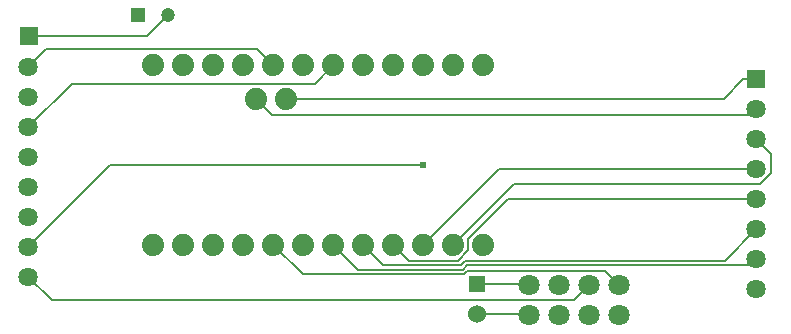
<source format=gtl>
G04 ---------------------------- Layer name :TOP LAYER*
G04 easyEDA 0.1*
G04 Scale: 100 percent, Rotated: No, Reflected: No *
G04 Dimensions in inches *
G04 leading zeros omitted , absolute positions ,2 integer and 4 * 
%FSLAX24Y24*%
%MOIN*%
G90*
G70D02*

%ADD11C,0.008000*%
%ADD12C,0.024016*%
%ADD13C,0.070866*%
%ADD15R,0.047200X0.047200*%
%ADD16C,0.047200*%
%ADD18C,0.074000*%
%ADD20R,0.064300X0.064300*%
%ADD21C,0.064300*%
%ADD23C,0.060000*%
%ADD25R,0.055000X0.055000*%

%LPD*%
G54D11*
G01X16927Y932D02*
G01X18625Y932D01*
G01X18672Y884D01*
G01X16939Y1944D02*
G01X18614Y1944D01*
G01X18672Y1886D01*
G01X1986Y2175D02*
G01X2776Y1386D01*
G01X20172Y1386D01*
G01X20672Y1886D01*
G01X1986Y3175D02*
G01X4717Y5905D01*
G01X15143Y5905D01*
G01X10143Y3232D02*
G01X11121Y2255D01*
G01X16519Y2255D01*
G01X16614Y2351D01*
G01X21206Y2351D01*
G01X21672Y1886D01*
G01X1988Y10198D02*
G01X5939Y10198D01*
G01X6628Y10888D01*
G01X26243Y2759D02*
G01X26040Y2557D01*
G01X16607Y2557D01*
G01X16456Y2407D01*
G01X12969Y2407D01*
G01X12143Y3232D01*
G01X26243Y3759D02*
G01X25190Y2707D01*
G01X16544Y2707D01*
G01X16394Y2557D01*
G01X13819Y2557D01*
G01X13143Y3232D01*
G01X26243Y4759D02*
G01X17963Y4759D01*
G01X16643Y3440D01*
G01X16643Y3053D01*
G01X16297Y2707D01*
G01X14669Y2707D01*
G01X14143Y3232D01*
G01X15143Y3232D02*
G01X17669Y5759D01*
G01X26243Y5759D01*
G01X26243Y6759D02*
G01X26731Y6271D01*
G01X26731Y5628D01*
G01X26360Y5259D01*
G01X18169Y5259D01*
G01X16143Y3232D01*
G01X1986Y7175D02*
G01X3426Y8613D01*
G01X11525Y8613D01*
G01X12143Y9232D01*
G01X1986Y9175D02*
G01X2573Y9761D01*
G01X9615Y9761D01*
G01X10143Y9232D01*
G01X26243Y7759D02*
G01X26057Y7573D01*
G01X10113Y7573D01*
G01X9585Y8101D01*
G01X26247Y8761D02*
G01X25814Y8761D01*
G01X25814Y8761D02*
G01X25155Y8101D01*
G01X10585Y8101D01*
G54D13*
G01X18672Y884D03*
G01X18672Y1886D03*
G01X19672Y886D03*
G01X19672Y1886D03*
G01X20672Y886D03*
G01X20672Y1886D03*
G01X21672Y886D03*
G01X21672Y1886D03*
G54D15*
G01X5622Y10894D03*
G54D16*
G01X6627Y10888D03*
G54D18*
G01X6143Y3232D03*
G01X7143Y3232D03*
G01X8143Y3232D03*
G01X9143Y3232D03*
G01X10143Y3232D03*
G01X11143Y3232D03*
G01X12143Y3232D03*
G01X13143Y3232D03*
G01X14143Y3232D03*
G01X15143Y3232D03*
G01X16143Y3232D03*
G01X17143Y3232D03*
G01X17143Y9232D03*
G01X16143Y9232D03*
G01X15143Y9232D03*
G01X14143Y9232D03*
G01X13143Y9232D03*
G01X12143Y9232D03*
G01X11143Y9232D03*
G01X10143Y9232D03*
G01X9143Y9232D03*
G01X8143Y9232D03*
G01X7143Y9232D03*
G01X6143Y9232D03*
G01X9585Y8101D03*
G01X10585Y8101D03*
G54D20*
G01X26246Y8761D03*
G54D21*
G01X26243Y7759D03*
G01X26243Y6759D03*
G01X26243Y5759D03*
G01X26243Y4759D03*
G01X26243Y3759D03*
G01X26243Y2759D03*
G01X26243Y1759D03*
G54D20*
G01X1988Y10199D03*
G54D21*
G01X1986Y9175D03*
G01X1986Y8175D03*
G01X1986Y7175D03*
G01X1986Y6175D03*
G01X1986Y5175D03*
G01X1986Y4175D03*
G01X1986Y3175D03*
G01X1986Y2175D03*
G54D23*
G01X16927Y932D03*
G54D25*
G01X16939Y1944D03*
G54D12*
G01X15143Y5905D03*
G54D13*
G01X18672Y884D03*
G01X18672Y1886D03*
G01X19672Y886D03*
G01X19672Y1886D03*
G01X20672Y886D03*
G01X20672Y1886D03*
G01X21672Y886D03*
G01X21672Y1886D03*
G54D15*
G01X5622Y10894D03*
G54D16*
G01X6627Y10888D03*
G54D18*
G01X6143Y3232D03*
G01X7143Y3232D03*
G01X8143Y3232D03*
G01X9143Y3232D03*
G01X10143Y3232D03*
G01X11143Y3232D03*
G01X12143Y3232D03*
G01X13143Y3232D03*
G01X14143Y3232D03*
G01X15143Y3232D03*
G01X16143Y3232D03*
G01X17143Y3232D03*
G01X17143Y9232D03*
G01X16143Y9232D03*
G01X15143Y9232D03*
G01X14143Y9232D03*
G01X13143Y9232D03*
G01X12143Y9232D03*
G01X11143Y9232D03*
G01X10143Y9232D03*
G01X9143Y9232D03*
G01X8143Y9232D03*
G01X7143Y9232D03*
G01X6143Y9232D03*
G01X9585Y8101D03*
G01X10585Y8101D03*
G54D20*
G01X26246Y8761D03*
G54D21*
G01X26243Y7759D03*
G01X26243Y6759D03*
G01X26243Y5759D03*
G01X26243Y4759D03*
G01X26243Y3759D03*
G01X26243Y2759D03*
G01X26243Y1759D03*
G54D20*
G01X1988Y10199D03*
G54D21*
G01X1986Y9175D03*
G01X1986Y8175D03*
G01X1986Y7175D03*
G01X1986Y6175D03*
G01X1986Y5175D03*
G01X1986Y4175D03*
G01X1986Y3175D03*
G01X1986Y2175D03*
G54D23*
G01X16927Y932D03*
G54D25*
G01X16939Y1944D03*

M00*
M02*
</source>
